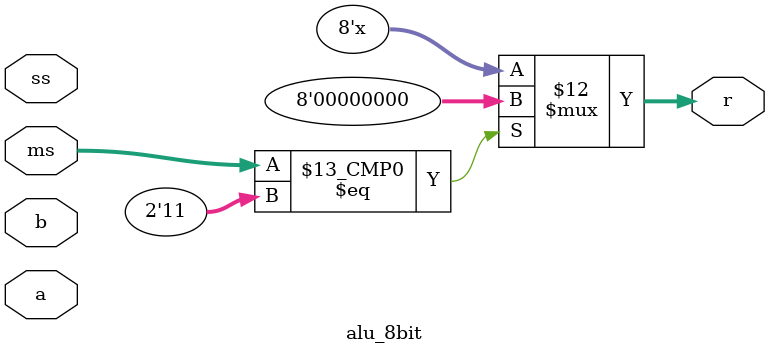
<source format=v>
module alu_8bit(output reg [7:0]r,input [7:0]a,input [7:0]b,input [1:0]ms,input [1:0]ss);
reg [7:0] ar,lr,sr;
always @(*)
begin
case (ss)
2'b00:ar <= a+b;
2'b01:ar <= a-b;
2'b10:ar <= a+1;
2'b11:ar <= a-1;
endcase
case (ss)
2'b00:lr <= a&b;
2'b01:lr <= a|b;
2'b10:lr <= a^b;
2'b11:lr <= ~a;
endcase
case (ss)
2'b00:sr <= a<<1;
2'b01:sr <= a>>1;
endcase
case (ms)
2'b00:r <= ar;
2'b01:r <= lr;
2'b10:r <= sr;
2'b11:r <= 8'b00000000;
endcase
end
endmodule
</source>
